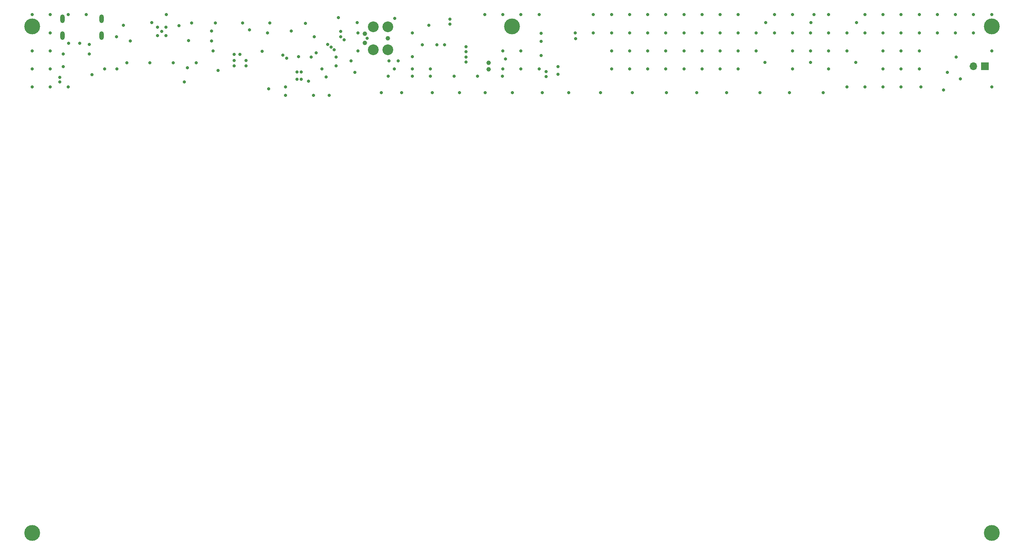
<source format=gbr>
%TF.GenerationSoftware,KiCad,Pcbnew,7.0.1*%
%TF.CreationDate,2023-08-11T10:48:01+02:00*%
%TF.ProjectId,HotPlate,486f7450-6c61-4746-952e-6b696361645f,rev?*%
%TF.SameCoordinates,PX2160ec0PY93d1cc0*%
%TF.FileFunction,Soldermask,Bot*%
%TF.FilePolarity,Negative*%
%FSLAX46Y46*%
G04 Gerber Fmt 4.6, Leading zero omitted, Abs format (unit mm)*
G04 Created by KiCad (PCBNEW 7.0.1) date 2023-08-11 10:48:01*
%MOMM*%
%LPD*%
G01*
G04 APERTURE LIST*
%ADD10C,1.000000*%
%ADD11C,3.500000*%
%ADD12R,1.700000X1.700000*%
%ADD13O,1.700000X1.700000*%
%ADD14O,1.000000X1.900000*%
%ADD15C,2.374900*%
%ADD16C,0.990600*%
%ADD17C,0.700000*%
G04 APERTURE END LIST*
D10*
%TO.C,TP201*%
X104788164Y106500000D03*
X104788164Y108000000D03*
%TD*%
D11*
%TO.C,REF\u002A\u002A*%
X4000000Y116000000D03*
%TD*%
%TO.C,REF\u002A\u002A*%
X4000000Y4000000D03*
%TD*%
D12*
%TO.C,TH401*%
X214475000Y107200000D03*
D13*
X211935000Y107200000D03*
%TD*%
D14*
%TO.C,J101*%
X19320000Y113940000D03*
X19320000Y117690000D03*
X10680000Y113940000D03*
X10680000Y117690000D03*
%TD*%
D11*
%TO.C,REF\u002A\u002A*%
X110000000Y116000000D03*
%TD*%
%TO.C,REF\u002A\u002A*%
X216000000Y4000000D03*
%TD*%
D15*
%TO.C,J201*%
X82540000Y110860000D03*
D16*
X82540000Y113400000D03*
D15*
X82540000Y115940000D03*
X79365000Y110860000D03*
X79365000Y115940000D03*
D16*
X77460000Y112384000D03*
X77460000Y114416000D03*
%TD*%
D11*
%TO.C,REF\u002A\u002A*%
X216000000Y116000000D03*
%TD*%
D17*
%TO.C,U102*%
X31700000Y114000000D03*
X33500000Y114000000D03*
X32600000Y114900000D03*
X31700000Y115800000D03*
X33500000Y115800000D03*
%TD*%
X83950000Y106597500D03*
X135950000Y106597500D03*
X99850000Y109250000D03*
X14500000Y112300000D03*
X195950000Y102597500D03*
X75808798Y116867003D03*
X120150000Y105400000D03*
X171950000Y114597500D03*
X65650000Y109200000D03*
X175950000Y110597500D03*
X7950000Y114597500D03*
X165896585Y108029756D03*
X39206918Y116750000D03*
X147950000Y118597500D03*
X19950000Y106597500D03*
X124000000Y113300000D03*
X85600000Y101350000D03*
X215950000Y102597500D03*
X115950000Y118597500D03*
X24137500Y116262500D03*
X150775000Y101350000D03*
X43950000Y110597500D03*
X97175000Y104975000D03*
X48600000Y109800000D03*
X64350000Y116700000D03*
X147950000Y110597500D03*
X131950000Y110597500D03*
X95100000Y111950000D03*
X195950000Y110597500D03*
X48600000Y107300000D03*
X22675000Y106625000D03*
X143950000Y114597500D03*
X187950000Y114597500D03*
X50475000Y116750000D03*
X116450000Y114500000D03*
X164750000Y101350000D03*
X127950000Y114597500D03*
X183950000Y110597500D03*
X103950000Y118597500D03*
X7950000Y102597500D03*
X65025000Y103925000D03*
X155950000Y110597500D03*
X110050000Y101350000D03*
X166050000Y116850000D03*
X56200000Y102200000D03*
X3950000Y110597500D03*
X96300000Y117650000D03*
X179950000Y110597500D03*
X111950000Y118597500D03*
X207950000Y118597500D03*
X203950000Y114597500D03*
X151950000Y106597500D03*
X151950000Y118597500D03*
X163950000Y110597500D03*
X107825000Y104975000D03*
X191950000Y118597500D03*
X151950000Y114597500D03*
X7950000Y110597500D03*
X3950000Y106597500D03*
X199950000Y118597500D03*
X24900000Y108000000D03*
X187950000Y102597500D03*
X30000000Y108000000D03*
X17200000Y105375000D03*
X108523962Y108780000D03*
X139950000Y110597500D03*
X3950000Y118597500D03*
X129500000Y101350000D03*
X99850000Y110400000D03*
X116450000Y112700000D03*
X87950000Y106597500D03*
X107950000Y106597500D03*
X139950000Y114597500D03*
X51200000Y107300000D03*
X127950000Y118597500D03*
X3950000Y102597500D03*
X205345021Y101912107D03*
X107950000Y110597500D03*
X22600000Y113700000D03*
X171950000Y106597500D03*
X11950000Y102597500D03*
X176050000Y116850000D03*
X72100000Y113700000D03*
X175950000Y114597500D03*
X179950000Y118597500D03*
X191950000Y110597500D03*
X107950000Y118597500D03*
X91950000Y104975000D03*
X38250000Y106825000D03*
X59378399Y109668213D03*
X206195971Y105869901D03*
X159950000Y114597500D03*
X16625000Y109925000D03*
X187950000Y118597500D03*
X120167927Y107097687D03*
X135950000Y110597500D03*
X135950000Y114597500D03*
X71100000Y107250000D03*
X159950000Y110597500D03*
X143950000Y106597500D03*
X25650000Y112800000D03*
X70000000Y111400000D03*
X207950000Y114597500D03*
X82600000Y104975000D03*
X51950000Y115200000D03*
X115950000Y106597500D03*
X67950000Y106597500D03*
X131950000Y106597500D03*
X116450000Y109600000D03*
X183950000Y114597500D03*
X144100000Y101350000D03*
X157400000Y101350000D03*
X143950000Y110597500D03*
X43600000Y115000000D03*
X136600000Y101350000D03*
X191950000Y114597500D03*
X11950000Y118597500D03*
X191950000Y102597500D03*
X199950000Y106600000D03*
X55950000Y114597500D03*
X96300000Y116500000D03*
X49900000Y109800000D03*
X87950000Y109300000D03*
X10100000Y104700000D03*
X135950000Y118597500D03*
X92350000Y101350000D03*
X122475000Y101350000D03*
X171950000Y118597500D03*
X171950000Y110597500D03*
X147950000Y114597500D03*
X155950000Y106597500D03*
X75950000Y110597500D03*
X208100000Y109200000D03*
X15950000Y118597500D03*
X203950000Y118597500D03*
X43600000Y112800000D03*
X183950000Y102597500D03*
X91950000Y106597500D03*
X62800000Y109300000D03*
X59950000Y102597500D03*
X171300000Y101350000D03*
X68950000Y104800000D03*
X104050000Y101350000D03*
X209000000Y104402724D03*
X211950000Y114597500D03*
X87950000Y104975000D03*
X63400000Y105900000D03*
X59950000Y100800000D03*
X167950000Y118597500D03*
X7950000Y118597500D03*
X199950000Y110597500D03*
X44475000Y116750000D03*
X159950000Y106597500D03*
X186050000Y116850000D03*
X143950000Y118597500D03*
X90200000Y111925000D03*
X66100000Y100800000D03*
X48600000Y108500000D03*
X10100000Y103700000D03*
X195950000Y118597500D03*
X117500000Y104900000D03*
X54775000Y110525000D03*
X69550000Y100800000D03*
X98350000Y101350000D03*
X66250000Y113750000D03*
X147950000Y106597500D03*
X71100000Y109250000D03*
X87950000Y114597500D03*
X215950000Y118597500D03*
X215950000Y110597500D03*
X178725000Y101350000D03*
X179950000Y114597500D03*
X99850000Y111550000D03*
X35100000Y108000000D03*
X159950000Y118597500D03*
X78000000Y113400000D03*
X163950000Y114597500D03*
X155950000Y114597500D03*
X45025000Y106250000D03*
X38500000Y112900000D03*
X111950000Y106597500D03*
X139950000Y106597500D03*
X195950000Y114597500D03*
X91584946Y116228710D03*
X131950000Y114597500D03*
X211950000Y118597500D03*
X10800000Y109900000D03*
X139950000Y118597500D03*
X81125000Y101350000D03*
X16600000Y112000000D03*
X66750000Y110200000D03*
X176700000Y118600000D03*
X40200000Y108000000D03*
X195950000Y106597500D03*
X117500000Y106000000D03*
X151950000Y110597500D03*
X12000000Y112250000D03*
X179950000Y106597500D03*
X116696995Y101350000D03*
X175925178Y108035534D03*
X56475000Y116750000D03*
X10800000Y107100000D03*
X123950000Y114597500D03*
X191950000Y106597500D03*
X61200000Y115000000D03*
X200300000Y102600000D03*
X75950000Y114597500D03*
X93400000Y111950000D03*
X63400000Y104300000D03*
X199950000Y114597500D03*
X71600000Y117950000D03*
X102325000Y104975000D03*
X185918466Y108030872D03*
X7950000Y106597500D03*
X51200000Y108500000D03*
X167950000Y114597500D03*
X99850000Y108150000D03*
X155950000Y118597500D03*
X111950000Y110597500D03*
X84100000Y117750000D03*
X131950000Y118597500D03*
X33600000Y118625000D03*
X30400000Y116875500D03*
X36400000Y116200000D03*
X37600000Y103700000D03*
X72900000Y113000000D03*
X70700000Y110800000D03*
X62500000Y104300000D03*
X72100000Y114900000D03*
X84800000Y108400000D03*
X69250000Y112050000D03*
X82800000Y108400000D03*
X62500000Y105900000D03*
X60200000Y109000000D03*
X75300000Y105800000D03*
X74400000Y108400000D03*
M02*

</source>
